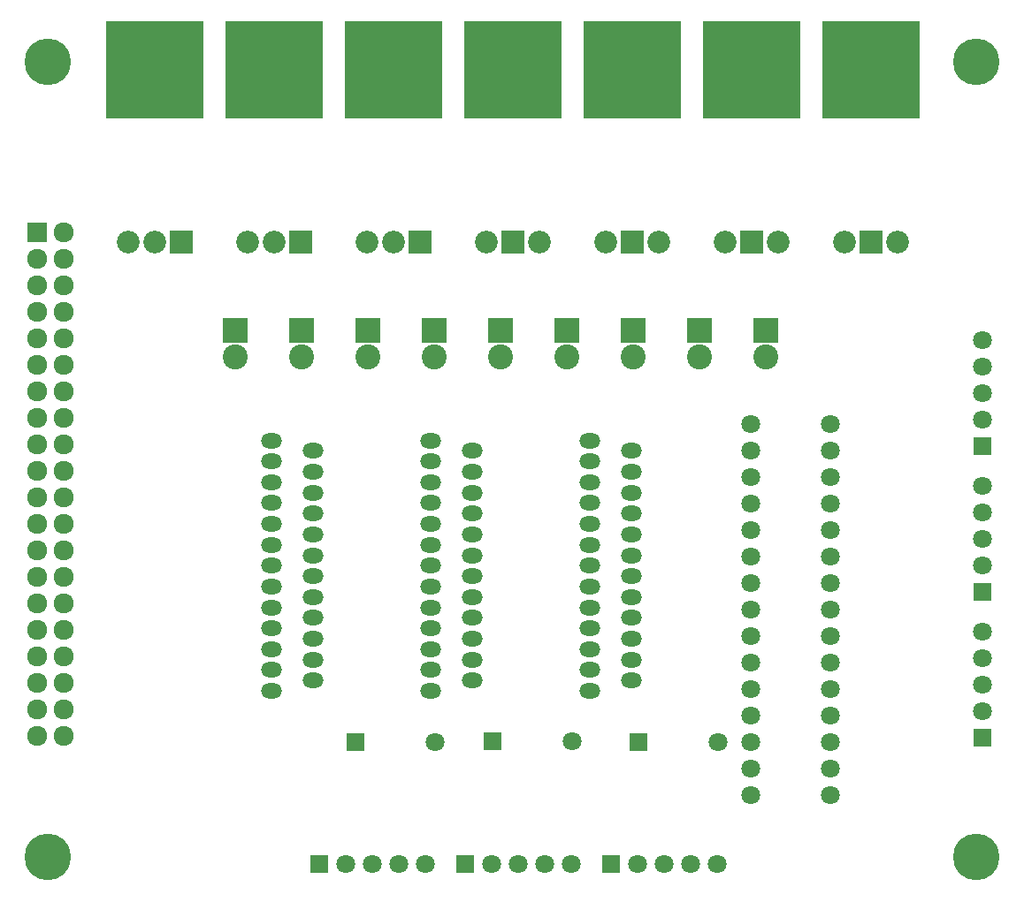
<source format=gts>
G04 #@! TF.FileFunction,Soldermask,Top*
%FSLAX46Y46*%
G04 Gerber Fmt 4.6, Leading zero omitted, Abs format (unit mm)*
G04 Created by KiCad (PCBNEW 4.0.2-stable) date Sun Jun 26 11:49:20 2016*
%MOMM*%
G01*
G04 APERTURE LIST*
%ADD10C,0.100000*%
%ADD11R,2.178000X2.178000*%
%ADD12C,2.178000*%
%ADD13R,9.290000X9.290000*%
%ADD14R,2.398980X2.398980*%
%ADD15C,2.398980*%
%ADD16R,1.797000X1.797000*%
%ADD17C,1.797000*%
%ADD18O,2.000000X1.460000*%
%ADD19R,1.924000X1.924000*%
%ADD20C,1.924000*%
%ADD21C,4.464000*%
G04 APERTURE END LIST*
D10*
D11*
X125830000Y-68070000D03*
D12*
X120750000Y-68070000D03*
X123290000Y-68070000D03*
D13*
X123290000Y-51560000D03*
D14*
X170330000Y-76500000D03*
D15*
X170330000Y-79040000D03*
D14*
X163980000Y-76500000D03*
D15*
X163980000Y-79040000D03*
D14*
X157630000Y-76500000D03*
D15*
X157630000Y-79040000D03*
D14*
X151280000Y-76500000D03*
D15*
X151280000Y-79040000D03*
D14*
X144930000Y-76500000D03*
D15*
X144930000Y-79040000D03*
D14*
X138580000Y-76500000D03*
D15*
X138580000Y-79040000D03*
D14*
X132230000Y-76500000D03*
D15*
X132230000Y-79040000D03*
D14*
X125880000Y-76500000D03*
D15*
X125880000Y-79040000D03*
D14*
X119530000Y-76500000D03*
D15*
X119530000Y-79040000D03*
D16*
X158130000Y-115950000D03*
D17*
X165750000Y-115950000D03*
D16*
X144160000Y-115900000D03*
D17*
X151780000Y-115900000D03*
D16*
X131080000Y-115950000D03*
D17*
X138700000Y-115950000D03*
D18*
X153480000Y-101060000D03*
X153480000Y-87060000D03*
X157480000Y-88060000D03*
X153480000Y-89060000D03*
X157480000Y-90060000D03*
X153480000Y-91060000D03*
X157480000Y-92060000D03*
X153480000Y-93060000D03*
X157480000Y-94060000D03*
X153480000Y-95060000D03*
X157480000Y-96060000D03*
X153480000Y-97060000D03*
X157480000Y-98060000D03*
X153480000Y-99060000D03*
X157480000Y-100060000D03*
X157480000Y-102060000D03*
X153480000Y-103060000D03*
X157480000Y-104060000D03*
X153480000Y-105060000D03*
X157480000Y-106060000D03*
X153480000Y-107060000D03*
X157480000Y-108060000D03*
X153480000Y-109060000D03*
X157480000Y-110060000D03*
X153480000Y-111060000D03*
X138240000Y-101060000D03*
X138240000Y-87060000D03*
X142240000Y-88060000D03*
X138240000Y-89060000D03*
X142240000Y-90060000D03*
X138240000Y-91060000D03*
X142240000Y-92060000D03*
X138240000Y-93060000D03*
X142240000Y-94060000D03*
X138240000Y-95060000D03*
X142240000Y-96060000D03*
X138240000Y-97060000D03*
X142240000Y-98060000D03*
X138240000Y-99060000D03*
X142240000Y-100060000D03*
X142240000Y-102060000D03*
X138240000Y-103060000D03*
X142240000Y-104060000D03*
X138240000Y-105060000D03*
X142240000Y-106060000D03*
X138240000Y-107060000D03*
X142240000Y-108060000D03*
X138240000Y-109060000D03*
X142240000Y-110060000D03*
X138240000Y-111060000D03*
X123000000Y-101060000D03*
X123000000Y-87060000D03*
X127000000Y-88060000D03*
X123000000Y-89060000D03*
X127000000Y-90060000D03*
X123000000Y-91060000D03*
X127000000Y-92060000D03*
X123000000Y-93060000D03*
X127000000Y-94060000D03*
X123000000Y-95060000D03*
X127000000Y-96060000D03*
X123000000Y-97060000D03*
X127000000Y-98060000D03*
X123000000Y-99060000D03*
X127000000Y-100060000D03*
X127000000Y-102060000D03*
X123000000Y-103060000D03*
X127000000Y-104060000D03*
X123000000Y-105060000D03*
X127000000Y-106060000D03*
X123000000Y-107060000D03*
X127000000Y-108060000D03*
X123000000Y-109060000D03*
X127000000Y-110060000D03*
X123000000Y-111060000D03*
D19*
X100610000Y-67110000D03*
D20*
X103150000Y-67110000D03*
X100610000Y-79810000D03*
X103150000Y-69650000D03*
X100610000Y-82350000D03*
X103150000Y-72190000D03*
X100610000Y-84890000D03*
X103150000Y-74730000D03*
X100610000Y-87430000D03*
X103150000Y-77270000D03*
X100610000Y-89970000D03*
X103150000Y-79810000D03*
X100610000Y-92510000D03*
X103150000Y-82350000D03*
X100610000Y-95050000D03*
X103150000Y-84890000D03*
X100610000Y-97590000D03*
X103150000Y-87430000D03*
X100610000Y-100130000D03*
X103150000Y-89970000D03*
X100610000Y-102670000D03*
X103150000Y-92510000D03*
X100610000Y-105210000D03*
X103150000Y-95050000D03*
X103150000Y-97590000D03*
X100610000Y-107750000D03*
X103150000Y-100130000D03*
X103150000Y-105210000D03*
X103150000Y-107750000D03*
X103150000Y-110290000D03*
X103150000Y-112830000D03*
X100610000Y-110290000D03*
X100610000Y-112830000D03*
X100610000Y-69650000D03*
X100610000Y-72190000D03*
X100610000Y-74730000D03*
X100610000Y-77270000D03*
X100610000Y-115370000D03*
X103150000Y-115370000D03*
X103150000Y-102670000D03*
D16*
X155575000Y-127635000D03*
D17*
X158115000Y-127635000D03*
X160655000Y-127635000D03*
X163195000Y-127635000D03*
X165735000Y-127635000D03*
D16*
X141605000Y-127635000D03*
D17*
X144145000Y-127635000D03*
X146685000Y-127635000D03*
X149225000Y-127635000D03*
X151765000Y-127635000D03*
D16*
X127635000Y-127635000D03*
D17*
X130175000Y-127635000D03*
X132715000Y-127635000D03*
X135255000Y-127635000D03*
X137795000Y-127635000D03*
D16*
X191135000Y-87630000D03*
D17*
X191135000Y-85090000D03*
X191135000Y-82550000D03*
X191135000Y-80010000D03*
X191135000Y-77470000D03*
D16*
X191135000Y-101600000D03*
D17*
X191135000Y-99060000D03*
X191135000Y-96520000D03*
X191135000Y-93980000D03*
X191135000Y-91440000D03*
D16*
X191135000Y-115570000D03*
D17*
X191135000Y-113030000D03*
X191135000Y-110490000D03*
X191135000Y-107950000D03*
X191135000Y-105410000D03*
X168910000Y-98170000D03*
X176530000Y-98170000D03*
X168910000Y-100710000D03*
X176530000Y-100710000D03*
X168910000Y-103250000D03*
X176530000Y-103250000D03*
X168910000Y-105790000D03*
X176530000Y-105790000D03*
X168910000Y-110870000D03*
X176530000Y-110870000D03*
X168910000Y-118490000D03*
X176530000Y-118490000D03*
X168910000Y-115950000D03*
X176530000Y-115950000D03*
X168910000Y-88010000D03*
X176530000Y-88010000D03*
X168910000Y-113410000D03*
X176530000Y-113410000D03*
X168910000Y-108330000D03*
X176530000Y-108330000D03*
X168910000Y-90550000D03*
X176530000Y-90550000D03*
X176530000Y-121030000D03*
X168910000Y-121030000D03*
X168910000Y-95630000D03*
X176530000Y-95630000D03*
X168910000Y-93090000D03*
X176530000Y-93090000D03*
X168910000Y-85470000D03*
X176530000Y-85470000D03*
D13*
X180440000Y-51560000D03*
D12*
X177900000Y-68070000D03*
D11*
X180440000Y-68070000D03*
D12*
X182980000Y-68070000D03*
D13*
X157580000Y-51560000D03*
D12*
X155040000Y-68070000D03*
D11*
X157580000Y-68070000D03*
D12*
X160120000Y-68070000D03*
D13*
X146150000Y-51560000D03*
D12*
X143610000Y-68070000D03*
D11*
X146150000Y-68070000D03*
D12*
X148690000Y-68070000D03*
D13*
X169010000Y-51560000D03*
D12*
X166470000Y-68070000D03*
D11*
X169010000Y-68070000D03*
D12*
X171550000Y-68070000D03*
D21*
X190500000Y-127000000D03*
X101600000Y-127000000D03*
X190500000Y-50800000D03*
X101600000Y-50800000D03*
D11*
X114400000Y-68070000D03*
D12*
X109320000Y-68070000D03*
X111860000Y-68070000D03*
D13*
X111860000Y-51560000D03*
D11*
X137260000Y-68070000D03*
D12*
X132180000Y-68070000D03*
X134720000Y-68070000D03*
D13*
X134720000Y-51560000D03*
M02*

</source>
